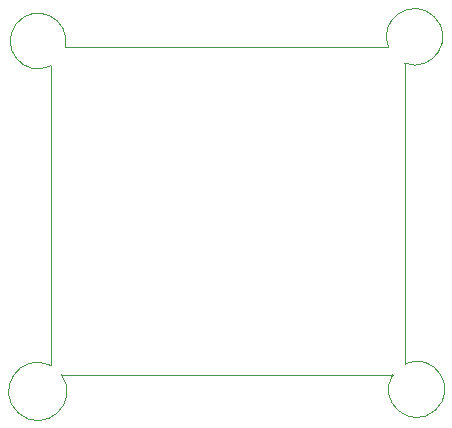
<source format=gbr>
%TF.GenerationSoftware,KiCad,Pcbnew,9.0.7*%
%TF.CreationDate,2026-02-19T19:28:42+05:30*%
%TF.ProjectId,breakout_board,62726561-6b6f-4757-945f-626f6172642e,rev?*%
%TF.SameCoordinates,Original*%
%TF.FileFunction,Profile,NP*%
%FSLAX46Y46*%
G04 Gerber Fmt 4.6, Leading zero omitted, Abs format (unit mm)*
G04 Created by KiCad (PCBNEW 9.0.7) date 2026-02-19 19:28:42*
%MOMM*%
%LPD*%
G01*
G04 APERTURE LIST*
%TA.AperFunction,Profile*%
%ADD10C,0.050000*%
%TD*%
G04 APERTURE END LIST*
D10*
X148131504Y-65136464D02*
G75*
G02*
X149504400Y-66471800I2211096J899864D01*
G01*
X120452627Y-92840381D02*
G75*
G02*
X119526599Y-92049600I-2012427J-1419019D01*
G01*
X149504400Y-66471800D02*
X149529800Y-91922600D01*
X120452627Y-92840383D02*
X148495075Y-92840381D01*
X148131504Y-65136464D02*
X120751600Y-65136464D01*
X149529800Y-91922600D02*
G75*
G02*
X148495074Y-92840381I990600J-2159000D01*
G01*
X119526599Y-66688936D02*
X119526599Y-92049600D01*
X119526599Y-66688936D02*
G75*
G02*
X120751600Y-65136464I-1060999J2096736D01*
G01*
M02*

</source>
